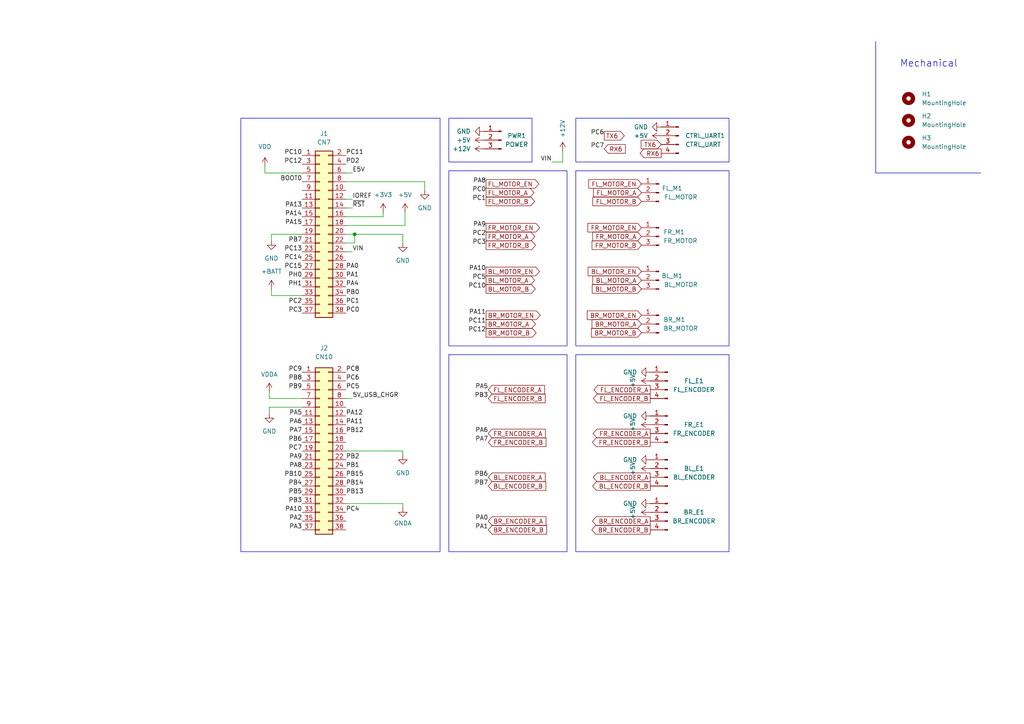
<source format=kicad_sch>
(kicad_sch (version 20230121) (generator eeschema)
  (paper "A4")
  (lib_symbols
    (symbol "+5V_1" (power) (pin_names (offset 0))
      (property "Value" "+5V_1" (at 0 3.556 0))
      (symbol "+5V_1_0_1"
        (polyline (pts (xy -0.762 1.27) (xy 0 2.54)))
        (polyline (pts (xy 0 0) (xy 0 2.54)))
        (polyline (pts (xy 0 2.54) (xy 0.762 1.27)))
      )
      (symbol "+5V_1_1_1"
        (pin power_in line (at 0 0 90) (length 0) hide (name "+5V") (number "1"))
      )
    )
    (symbol "Connector:Conn_01x03_Pin" (pin_names (offset 1.016) hide)
      (property "Reference" "J" (at 0 5.08 0))
      (property "Value" "Conn_01x03_Pin" (at 0 -5.08 0))
      (symbol "Conn_01x03_Pin_1_1"
        (polyline (pts (xy 1.27 -2.54) (xy 0.8636 -2.54)) (stroke (width 0.1524)))
        (polyline (pts (xy 1.27 0) (xy 0.8636 0)) (stroke (width 0.1524)))
        (polyline (pts (xy 1.27 2.54) (xy 0.8636 2.54)) (stroke (width 0.1524)))
        (rectangle (start 0.8636 -2.413) (end 0 -2.667) (stroke (width 0.1524)) (fill (type outline)))
        (rectangle (start 0.8636 0.127) (end 0 -0.127) (stroke (width 0.1524)) (fill (type outline)))
        (rectangle (start 0.8636 2.667) (end 0 2.413) (stroke (width 0.1524)) (fill (type outline)))
        (pin passive line (at 5.08 2.54 180) (length 3.81) (name "Pin_1") (number "1"))
        (pin passive line (at 5.08 0 180) (length 3.81) (name "Pin_2") (number "2"))
        (pin passive line (at 5.08 -2.54 180) (length 3.81) (name "Pin_3") (number "3"))
      )
    )
    (symbol "Connector:Conn_01x04_Pin" (pin_names (offset 1.016) hide)
      (property "Reference" "J" (at 0 5.08 0))
      (property "Value" "Conn_01x04_Pin" (at 0 -7.62 0))
      (symbol "Conn_01x04_Pin_1_1"
        (polyline (pts (xy 1.27 -5.08) (xy 0.8636 -5.08)) (stroke (width 0.1524)))
        (polyline (pts (xy 1.27 -2.54) (xy 0.8636 -2.54)) (stroke (width 0.1524)))
        (polyline (pts (xy 1.27 0) (xy 0.8636 0)) (stroke (width 0.1524)))
        (polyline (pts (xy 1.27 2.54) (xy 0.8636 2.54)) (stroke (width 0.1524)))
        (rectangle (start 0.8636 -4.953) (end 0 -5.207) (stroke (width 0.1524)) (fill (type outline)))
        (rectangle (start 0.8636 -2.413) (end 0 -2.667) (stroke (width 0.1524)) (fill (type outline)))
        (rectangle (start 0.8636 0.127) (end 0 -0.127) (stroke (width 0.1524)) (fill (type outline)))
        (rectangle (start 0.8636 2.667) (end 0 2.413) (stroke (width 0.1524)) (fill (type outline)))
        (pin passive line (at 5.08 2.54 180) (length 3.81) (name "Pin_1") (number "1"))
        (pin passive line (at 5.08 0 180) (length 3.81) (name "Pin_2") (number "2"))
        (pin passive line (at 5.08 -2.54 180) (length 3.81) (name "Pin_3") (number "3"))
        (pin passive line (at 5.08 -5.08 180) (length 3.81) (name "Pin_4") (number "4"))
      )
    )
    (symbol "Connector_Generic:Conn_02x19_Odd_Even" (pin_names (offset 1.016) hide)
      (property "Reference" "J" (at 1.27 25.4 0))
      (property "Value" "Conn_02x19_Odd_Even" (at 1.27 -25.4 0))
      (symbol "Conn_02x19_Odd_Even_1_1"
        (rectangle (start -1.27 -22.733) (end 0 -22.987) (stroke (width 0.1524)))
        (rectangle (start -1.27 -20.193) (end 0 -20.447) (stroke (width 0.1524)))
        (rectangle (start -1.27 -17.653) (end 0 -17.907) (stroke (width 0.1524)))
        (rectangle (start -1.27 -15.113) (end 0 -15.367) (stroke (width 0.1524)))
        (rectangle (start -1.27 -12.573) (end 0 -12.827) (stroke (width 0.1524)))
        (rectangle (start -1.27 -10.033) (end 0 -10.287) (stroke (width 0.1524)))
        (rectangle (start -1.27 -7.493) (end 0 -7.747) (stroke (width 0.1524)))
        (rectangle (start -1.27 -4.953) (end 0 -5.207) (stroke (width 0.1524)))
        (rectangle (start -1.27 -2.413) (end 0 -2.667) (stroke (width 0.1524)))
        (rectangle (start -1.27 0.127) (end 0 -0.127) (stroke (width 0.1524)))
        (rectangle (start -1.27 2.667) (end 0 2.413) (stroke (width 0.1524)))
        (rectangle (start -1.27 5.207) (end 0 4.953) (stroke (width 0.1524)))
        (rectangle (start -1.27 7.747) (end 0 7.493) (stroke (width 0.1524)))
        (rectangle (start -1.27 10.287) (end 0 10.033) (stroke (width 0.1524)))
        (rectangle (start -1.27 12.827) (end 0 12.573) (stroke (width 0.1524)))
        (rectangle (start -1.27 15.367) (end 0 15.113) (stroke (width 0.1524)))
        (rectangle (start -1.27 17.907) (end 0 17.653) (stroke (width 0.1524)))
        (rectangle (start -1.27 20.447) (end 0 20.193) (stroke (width 0.1524)))
        (rectangle (start -1.27 22.987) (end 0 22.733) (stroke (width 0.1524)))
        (rectangle (start -1.27 24.13) (end 3.81 -24.13) (stroke (width 0.254)) (fill (type background)))
        (rectangle (start 3.81 -22.733) (end 2.54 -22.987) (stroke (width 0.1524)))
        (rectangle (start 3.81 -20.193) (end 2.54 -20.447) (stroke (width 0.1524)))
        (rectangle (start 3.81 -17.653) (end 2.54 -17.907) (stroke (width 0.1524)))
        (rectangle (start 3.81 -15.113) (end 2.54 -15.367) (stroke (width 0.1524)))
        (rectangle (start 3.81 -12.573) (end 2.54 -12.827) (stroke (width 0.1524)))
        (rectangle (start 3.81 -10.033) (end 2.54 -10.287) (stroke (width 0.1524)))
        (rectangle (start 3.81 -7.493) (end 2.54 -7.747) (stroke (width 0.1524)))
        (rectangle (start 3.81 -4.953) (end 2.54 -5.207) (stroke (width 0.1524)))
        (rectangle (start 3.81 -2.413) (end 2.54 -2.667) (stroke (width 0.1524)))
        (rectangle (start 3.81 0.127) (end 2.54 -0.127) (stroke (width 0.1524)))
        (rectangle (start 3.81 2.667) (end 2.54 2.413) (stroke (width 0.1524)))
        (rectangle (start 3.81 5.207) (end 2.54 4.953) (stroke (width 0.1524)))
        (rectangle (start 3.81 7.747) (end 2.54 7.493) (stroke (width 0.1524)))
        (rectangle (start 3.81 10.287) (end 2.54 10.033) (stroke (width 0.1524)))
        (rectangle (start 3.81 12.827) (end 2.54 12.573) (stroke (width 0.1524)))
        (rectangle (start 3.81 15.367) (end 2.54 15.113) (stroke (width 0.1524)))
        (rectangle (start 3.81 17.907) (end 2.54 17.653) (stroke (width 0.1524)))
        (rectangle (start 3.81 20.447) (end 2.54 20.193) (stroke (width 0.1524)))
        (rectangle (start 3.81 22.987) (end 2.54 22.733) (stroke (width 0.1524)))
        (pin passive line (at -5.08 22.86 0) (length 3.81) (name "Pin_1") (number "1"))
        (pin passive line (at 7.62 12.7 180) (length 3.81) (name "Pin_10") (number "10"))
        (pin passive line (at -5.08 10.16 0) (length 3.81) (name "Pin_11") (number "11"))
        (pin passive line (at 7.62 10.16 180) (length 3.81) (name "Pin_12") (number "12"))
        (pin passive line (at -5.08 7.62 0) (length 3.81) (name "Pin_13") (number "13"))
        (pin passive line (at 7.62 7.62 180) (length 3.81) (name "Pin_14") (number "14"))
        (pin passive line (at -5.08 5.08 0) (length 3.81) (name "Pin_15") (number "15"))
        (pin passive line (at 7.62 5.08 180) (length 3.81) (name "Pin_16") (number "16"))
        (pin passive line (at -5.08 2.54 0) (length 3.81) (name "Pin_17") (number "17"))
        (pin passive line (at 7.62 2.54 180) (length 3.81) (name "Pin_18") (number "18"))
        (pin passive line (at -5.08 0 0) (length 3.81) (name "Pin_19") (number "19"))
        (pin passive line (at 7.62 22.86 180) (length 3.81) (name "Pin_2") (number "2"))
        (pin passive line (at 7.62 0 180) (length 3.81) (name "Pin_20") (number "20"))
        (pin passive line (at -5.08 -2.54 0) (length 3.81) (name "Pin_21") (number "21"))
        (pin passive line (at 7.62 -2.54 180) (length 3.81) (name "Pin_22") (number "22"))
        (pin passive line (at -5.08 -5.08 0) (length 3.81) (name "Pin_23") (number "23"))
        (pin passive line (at 7.62 -5.08 180) (length 3.81) (name "Pin_24") (number "24"))
        (pin passive line (at -5.08 -7.62 0) (length 3.81) (name "Pin_25") (number "25"))
        (pin passive line (at 7.62 -7.62 180) (length 3.81) (name "Pin_26") (number "26"))
        (pin passive line (at -5.08 -10.16 0) (length 3.81) (name "Pin_27") (number "27"))
        (pin passive line (at 7.62 -10.16 180) (length 3.81) (name "Pin_28") (number "28"))
        (pin passive line (at -5.08 -12.7 0) (length 3.81) (name "Pin_29") (number "29"))
        (pin passive line (at -5.08 20.32 0) (length 3.81) (name "Pin_3") (number "3"))
        (pin passive line (at 7.62 -12.7 180) (length 3.81) (name "Pin_30") (number "30"))
        (pin passive line (at -5.08 -15.24 0) (length 3.81) (name "Pin_31") (number "31"))
        (pin passive line (at 7.62 -15.24 180) (length 3.81) (name "Pin_32") (number "32"))
        (pin passive line (at -5.08 -17.78 0) (length 3.81) (name "Pin_33") (number "33"))
        (pin passive line (at 7.62 -17.78 180) (length 3.81) (name "Pin_34") (number "34"))
        (pin passive line (at -5.08 -20.32 0) (length 3.81) (name "Pin_35") (number "35"))
        (pin passive line (at 7.62 -20.32 180) (length 3.81) (name "Pin_36") (number "36"))
        (pin passive line (at -5.08 -22.86 0) (length 3.81) (name "Pin_37") (number "37"))
        (pin passive line (at 7.62 -22.86 180) (length 3.81) (name "Pin_38") (number "38"))
        (pin passive line (at 7.62 20.32 180) (length 3.81) (name "Pin_4") (number "4"))
        (pin passive line (at -5.08 17.78 0) (length 3.81) (name "Pin_5") (number "5"))
        (pin passive line (at 7.62 17.78 180) (length 3.81) (name "Pin_6") (number "6"))
        (pin passive line (at -5.08 15.24 0) (length 3.81) (name "Pin_7") (number "7"))
        (pin passive line (at 7.62 15.24 180) (length 3.81) (name "Pin_8") (number "8"))
        (pin passive line (at -5.08 12.7 0) (length 3.81) (name "Pin_9") (number "9"))
      )
    )
    (symbol "GND_1" (power) (pin_names (offset 0))
      (property "Value" "GND_1" (at 0 -3.81 0))
      (symbol "GND_1_0_1"
        (polyline (pts (xy 0 0) (xy 0 -1.27) (xy 1.27 -1.27) (xy 0 -2.54) (xy -1.27 -1.27) (xy 0 -1.27)))
      )
      (symbol "GND_1_1_1"
        (pin power_in line (at 0 0 270) (length 0) hide (name "GND") (number "1"))
      )
    )
    (symbol "Mechanical:MountingHole" (pin_names (offset 1.016))
      (property "Reference" "H" (at 0 5.08 0))
      (property "Value" "MountingHole" (at 0 3.175 0))
      (symbol "MountingHole_0_1"
        (circle (center 0 0) (radius 1.27) (stroke (width 1.27)))
      )
    )
    (symbol "power:+12V" (power) (pin_names (offset 0))
      (property "Value" "+12V" (at 0 3.556 0))
      (symbol "+12V_0_1"
        (polyline (pts (xy -0.762 1.27) (xy 0 2.54)))
        (polyline (pts (xy 0 0) (xy 0 2.54)))
        (polyline (pts (xy 0 2.54) (xy 0.762 1.27)))
      )
      (symbol "+12V_1_1"
        (pin power_in line (at 0 0 90) (length 0) hide (name "+12V") (number "1"))
      )
    )
    (symbol "power:+3V3" (power) (pin_names (offset 0))
      (property "Value" "+3V3" (at 0 3.556 0))
      (symbol "+3V3_0_1"
        (polyline (pts (xy -0.762 1.27) (xy 0 2.54)))
        (polyline (pts (xy 0 0) (xy 0 2.54)))
        (polyline (pts (xy 0 2.54) (xy 0.762 1.27)))
      )
      (symbol "+3V3_1_1"
        (pin power_in line (at 0 0 90) (length 0) hide (name "+3V3") (number "1"))
      )
    )
    (symbol "power:+5V" (power) (pin_names (offset 0))
      (property "Value" "+5V" (at 0 3.556 0))
      (symbol "+5V_0_1"
        (polyline (pts (xy -0.762 1.27) (xy 0 2.54)))
        (polyline (pts (xy 0 0) (xy 0 2.54)))
        (polyline (pts (xy 0 2.54) (xy 0.762 1.27)))
      )
      (symbol "+5V_1_1"
        (pin power_in line (at 0 0 90) (length 0) hide (name "+5V") (number "1"))
      )
    )
    (symbol "power:+BATT" (power) (pin_names (offset 0))
      (property "Value" "+BATT" (at 0 3.556 0))
      (symbol "+BATT_0_1"
        (polyline (pts (xy -0.762 1.27) (xy 0 2.54)))
        (polyline (pts (xy 0 0) (xy 0 2.54)))
        (polyline (pts (xy 0 2.54) (xy 0.762 1.27)))
      )
      (symbol "+BATT_1_1"
        (pin power_in line (at 0 0 90) (length 0) hide (name "+BATT") (number "1"))
      )
    )
    (symbol "power:GND" (power) (pin_names (offset 0))
      (property "Value" "GND" (at 0 -3.81 0))
      (symbol "GND_0_1"
        (polyline (pts (xy 0 0) (xy 0 -1.27) (xy 1.27 -1.27) (xy 0 -2.54) (xy -1.27 -1.27) (xy 0 -1.27)))
      )
      (symbol "GND_1_1"
        (pin power_in line (at 0 0 270) (length 0) hide (name "GND") (number "1"))
      )
    )
    (symbol "power:GNDA" (power) (pin_names (offset 0))
      (property "Value" "GNDA" (at 0 -3.81 0))
      (symbol "GNDA_0_1"
        (polyline (pts (xy 0 0) (xy 0 -1.27) (xy 1.27 -1.27) (xy 0 -2.54) (xy -1.27 -1.27) (xy 0 -1.27)))
      )
      (symbol "GNDA_1_1"
        (pin power_in line (at 0 0 270) (length 0) hide (name "GNDA") (number "1"))
      )
    )
    (symbol "power:VDD" (power) (pin_names (offset 0))
      (property "Value" "VDD" (at 0 3.81 0))
      (symbol "VDD_0_1"
        (polyline (pts (xy -0.762 1.27) (xy 0 2.54)))
        (polyline (pts (xy 0 0) (xy 0 2.54)))
        (polyline (pts (xy 0 2.54) (xy 0.762 1.27)))
      )
      (symbol "VDD_1_1"
        (pin power_in line (at 0 0 90) (length 0) hide (name "VDD") (number "1"))
      )
    )
    (symbol "power:VDDA" (power) (pin_names (offset 0))
      (property "Value" "VDDA" (at 0 3.81 0))
      (symbol "VDDA_0_1"
        (polyline (pts (xy -0.762 1.27) (xy 0 2.54)))
        (polyline (pts (xy 0 0) (xy 0 2.54)))
        (polyline (pts (xy 0 2.54) (xy 0.762 1.27)))
      )
      (symbol "VDDA_1_1"
        (pin power_in line (at 0 0 90) (length 0) hide (name "VDDA") (number "1"))
      )
    )
  )
  (junction (at 102.87 67.945))
  (wire (pts (xy 100.33 57.785) (xy 102.235 57.785)))
  (wire (pts (xy 160.02 46.99) (xy 163.195 46.99)))
  (wire (pts (xy 123.19 52.705) (xy 100.33 52.705)))
  (wire (pts (xy 123.19 55.245) (xy 123.19 52.705)))
  (wire (pts (xy 100.33 50.165) (xy 102.235 50.165)))
  (wire (pts (xy 100.33 146.05) (xy 116.84 146.05)))
  (wire (pts (xy 116.84 146.05) (xy 116.84 147.32)))
  (wire (pts (xy 78.74 67.945) (xy 78.74 69.85)))
  (wire (pts (xy 87.63 67.945) (xy 78.74 67.945)))
  (polyline (pts (xy 254 12.065) (xy 254 50.165)))
  (polyline (pts (xy 254 50.165) (xy 284.48 50.165)))
  (wire (pts (xy 100.33 70.485) (xy 102.87 70.485)))
  (wire (pts (xy 102.87 70.485) (xy 102.87 67.945)))
  (wire (pts (xy 100.33 60.325) (xy 102.235 60.325)))
  (wire (pts (xy 100.33 115.57) (xy 102.235 115.57)))
  (wire (pts (xy 100.33 65.405) (xy 117.475 65.405)))
  (wire (pts (xy 117.475 65.405) (xy 117.475 61.595)))
  (wire (pts (xy 76.835 50.165) (xy 76.835 48.26)))
  (wire (pts (xy 87.63 50.165) (xy 76.835 50.165)))
  (wire (pts (xy 163.195 46.99) (xy 163.195 43.815)))
  (wire (pts (xy 100.33 62.865) (xy 111.125 62.865)))
  (wire (pts (xy 111.125 62.865) (xy 111.125 61.595)))
  (wire (pts (xy 78.105 118.11) (xy 87.63 118.11)))
  (wire (pts (xy 78.105 120.015) (xy 78.105 118.11)))
  (wire (pts (xy 78.74 85.725) (xy 78.74 83.82)))
  (wire (pts (xy 87.63 85.725) (xy 78.74 85.725)))
  (wire (pts (xy 116.84 130.81) (xy 100.33 130.81)))
  (wire (pts (xy 116.84 132.08) (xy 116.84 130.81)))
  (wire (pts (xy 78.105 115.57) (xy 78.105 113.665)))
  (wire (pts (xy 87.63 115.57) (xy 78.105 115.57)))
  (wire (pts (xy 100.33 73.025) (xy 102.235 73.025)))
  (wire (pts (xy 100.33 67.945) (xy 102.87 67.945)))
  (wire (pts (xy 102.87 67.945) (xy 116.84 67.945)))
  (wire (pts (xy 116.84 67.945) (xy 116.84 70.485)))
  (rectangle (start 130.175 102.87) (end 164.465 160.02))
  (rectangle (start 167.005 49.53) (end 211.455 100.33))
  (rectangle (start 167.005 34.29) (end 211.455 46.99))
  (rectangle (start 130.175 49.53) (end 164.465 100.33))
  (rectangle (start 167.005 102.87) (end 211.455 160.02))
  (rectangle (start 130.175 34.29) (end 154.305 46.99))
  (rectangle (start 69.85 34.29) (end 127.635 160.02))
  (text "Mechanical\n" (at 260.985 19.685 0) (effects (font (size 2 2)) (justify left bottom)))
  (label "PB10" (at 87.63 138.43 180))
  (label "PA7" (at 87.63 125.73 180))
  (label "PC12" (at 140.97 96.52 180))
  (label "PA5" (at 87.63 120.65 180))
  (label "PA8" (at 140.97 53.34 180))
  (label "~{RST}" (at 102.235 60.325 0))
  (label "PB6" (at 141.605 138.43 180))
  (label "PD2" (at 100.33 47.625 0))
  (label "PA14" (at 87.63 62.865 180))
  (label "PC3" (at 87.63 90.805 180))
  (label "PC5" (at 140.97 81.28 180))
  (label "PB7" (at 87.63 70.485 180))
  (label "PH0" (at 87.63 80.645 180))
  (label "PA5" (at 141.605 113.03 180))
  (label "PA6" (at 87.63 123.19 180))
  (label "PA13" (at 87.63 60.325 180))
  (label "PC3" (at 140.97 71.12 180))
  (label "PA15" (at 87.63 65.405 180))
  (label "PH1" (at 87.63 83.185 180))
  (label "VIN" (at 102.235 73.025 0))
  (label "VIN" (at 160.02 46.99 180))
  (label "PA0" (at 100.33 78.105 0))
  (label "PC5" (at 100.33 113.03 0))
  (label "PC6" (at 100.33 110.49 0))
  (label "PA0" (at 141.605 151.13 180))
  (label "PC11" (at 100.33 45.085 0))
  (label "PB12" (at 100.33 125.73 0))
  (label "PA1" (at 141.605 153.67 180))
  (label "PC14" (at 87.63 75.565 180))
  (label "PC9" (at 87.63 107.95 180))
  (label "PA4" (at 100.33 83.185 0))
  (label "PA9" (at 140.97 66.04 180))
  (label "PC10" (at 140.97 83.82 180))
  (label "PA1" (at 100.33 80.645 0))
  (label "PA10" (at 140.97 78.74 180))
  (label "E5V" (at 102.235 50.165 0))
  (label "PC4" (at 100.33 148.59 0))
  (label "PB6" (at 87.63 128.27 180))
  (label "PB3" (at 87.63 146.05 180))
  (label "PB3" (at 141.605 115.57 180))
  (label "BOOT0" (at 87.63 52.705 180))
  (label "PC11" (at 140.97 93.98 180))
  (label "PA6" (at 141.605 125.73 180))
  (label "PC15" (at 87.63 78.105 180))
  (label "PC7" (at 87.63 130.81 180))
  (label "PB4" (at 87.63 140.97 180))
  (label "PA7" (at 141.605 128.27 180))
  (label "PA11" (at 100.33 123.19 0))
  (label "PC12" (at 87.63 47.625 180))
  (label "PB9" (at 87.63 113.03 180))
  (label "IOREF" (at 102.235 57.785 0))
  (label "PC8" (at 100.33 107.95 0))
  (label "PC10" (at 87.63 45.085 180))
  (label "PA3" (at 87.63 153.67 180))
  (label "PC0" (at 100.33 90.805 0))
  (label "PC6" (at 175.26 39.37 180))
  (label "PC2" (at 87.63 88.265 180))
  (label "PB5" (at 87.63 143.51 180))
  (label "PA8" (at 87.63 135.89 180))
  (label "PC2" (at 140.97 68.58 180))
  (label "PB8" (at 87.63 110.49 180))
  (label "PB15" (at 100.33 138.43 0))
  (label "PB13" (at 100.33 143.51 0))
  (label "PC13" (at 87.63 73.025 180))
  (label "PC7" (at 175.26 43.18 180))
  (label "PB14" (at 100.33 140.97 0))
  (label "PB7" (at 141.605 140.97 180))
  (label "PA10" (at 87.63 148.59 180))
  (label "PB0" (at 100.33 85.725 0))
  (label "PA12" (at 100.33 120.65 0))
  (label "PC1" (at 140.97 58.42 180))
  (label "PA11" (at 140.97 91.44 180))
  (label "5V_USB_CHGR" (at 102.235 115.57 0))
  (label "PB2" (at 100.33 133.35 0))
  (label "PA2" (at 87.63 151.13 180))
  (label "PB1" (at 100.33 135.89 0))
  (label "PC0" (at 140.97 55.88 180))
  (label "PA9" (at 87.63 133.35 180))
  (label "PC1" (at 100.33 88.265 0))
  (global_label "BR_MOTOR_EN" (shape input) (at 186.055 91.44 180) (property "Intersheetrefs" "${INTERSHEET_REFS}" (effects hide)))
  (global_label "BL_ENCODER_B" (shape input) (at 141.605 140.97 0) (property "Intersheetrefs" "${INTERSHEET_REFS}" (effects hide)))
  (global_label "BL_MOTOR_EN" (shape input) (at 186.055 78.74 180) (property "Intersheetrefs" "${INTERSHEET_REFS}" (effects hide)))
  (global_label "BR_ENCODER_A" (shape output) (at 188.595 151.13 180) (property "Intersheetrefs" "${INTERSHEET_REFS}" (effects hide)))
  (global_label "FR_MOTOR_A" (shape output) (at 140.97 68.58 0) (property "Intersheetrefs" "${INTERSHEET_REFS}" (effects hide)))
  (global_label "FR_ENCODER_A" (shape output) (at 188.595 125.73 180) (property "Intersheetrefs" "${INTERSHEET_REFS}" (effects hide)))
  (global_label "FL_ENCODER_A" (shape output) (at 188.595 113.03 180) (property "Intersheetrefs" "${INTERSHEET_REFS}" (effects hide)))
  (global_label "FL_MOTOR_A" (shape input) (at 186.055 55.88 180) (property "Intersheetrefs" "${INTERSHEET_REFS}" (effects hide)))
  (global_label "BR_MOTOR_B" (shape output) (at 140.97 96.52 0) (property "Intersheetrefs" "${INTERSHEET_REFS}" (effects hide)))
  (global_label "FR_ENCODER_A" (shape input) (at 141.605 125.73 0) (property "Intersheetrefs" "${INTERSHEET_REFS}" (effects hide)))
  (global_label "TX6" (shape output) (at 175.26 39.37 0) (property "Intersheetrefs" "${INTERSHEET_REFS}" (effects hide)))
  (global_label "FL_ENCODER_B" (shape output) (at 188.595 115.57 180) (property "Intersheetrefs" "${INTERSHEET_REFS}" (effects hide)))
  (global_label "BL_MOTOR_EN" (shape output) (at 140.97 78.74 0) (property "Intersheetrefs" "${INTERSHEET_REFS}" (effects hide)))
  (global_label "FR_MOTOR_B" (shape output) (at 140.97 71.12 0) (property "Intersheetrefs" "${INTERSHEET_REFS}" (effects hide)))
  (global_label "BR_ENCODER_B" (shape input) (at 141.605 153.67 0) (property "Intersheetrefs" "${INTERSHEET_REFS}" (effects hide)))
  (global_label "BR_MOTOR_B" (shape input) (at 186.055 96.52 180) (property "Intersheetrefs" "${INTERSHEET_REFS}" (effects hide)))
  (global_label "BR_MOTOR_EN" (shape output) (at 140.97 91.44 0) (property "Intersheetrefs" "${INTERSHEET_REFS}" (effects hide)))
  (global_label "BL_MOTOR_B" (shape output) (at 140.97 83.82 0) (property "Intersheetrefs" "${INTERSHEET_REFS}" (effects hide)))
  (global_label "FR_ENCODER_B" (shape output) (at 188.595 128.27 180) (property "Intersheetrefs" "${INTERSHEET_REFS}" (effects hide)))
  (global_label "TX6" (shape input) (at 191.77 41.91 180) (property "Intersheetrefs" "${INTERSHEET_REFS}" (effects hide)))
  (global_label "RX6" (shape output) (at 191.77 44.45 180) (property "Intersheetrefs" "${INTERSHEET_REFS}" (effects hide)))
  (global_label "BR_MOTOR_A" (shape output) (at 140.97 93.98 0) (property "Intersheetrefs" "${INTERSHEET_REFS}" (effects hide)))
  (global_label "FR_MOTOR_EN" (shape input) (at 186.055 66.04 180) (property "Intersheetrefs" "${INTERSHEET_REFS}" (effects hide)))
  (global_label "FL_ENCODER_A" (shape input) (at 141.605 113.03 0) (property "Intersheetrefs" "${INTERSHEET_REFS}" (effects hide)))
  (global_label "BL_ENCODER_B" (shape output) (at 188.595 140.97 180) (property "Intersheetrefs" "${INTERSHEET_REFS}" (effects hide)))
  (global_label "BL_MOTOR_B" (shape input) (at 186.055 83.82 180) (property "Intersheetrefs" "${INTERSHEET_REFS}" (effects hide)))
  (global_label "FR_MOTOR_EN" (shape output) (at 140.97 66.04 0) (property "Intersheetrefs" "${INTERSHEET_REFS}" (effects hide)))
  (global_label "BL_ENCODER_A" (shape input) (at 141.605 138.43 0) (property "Intersheetrefs" "${INTERSHEET_REFS}" (effects hide)))
  (global_label "FL_MOTOR_B" (shape input) (at 186.055 58.42 180) (property "Intersheetrefs" "${INTERSHEET_REFS}" (effects hide)))
  (global_label "BR_MOTOR_A" (shape input) (at 186.055 93.98 180) (property "Intersheetrefs" "${INTERSHEET_REFS}" (effects hide)))
  (global_label "FR_MOTOR_A" (shape input) (at 186.055 68.58 180) (property "Intersheetrefs" "${INTERSHEET_REFS}" (effects hide)))
  (global_label "BL_ENCODER_A" (shape output) (at 188.595 138.43 180) (property "Intersheetrefs" "${INTERSHEET_REFS}" (effects hide)))
  (global_label "RX6" (shape input) (at 175.26 43.18 0) (property "Intersheetrefs" "${INTERSHEET_REFS}" (effects hide)))
  (global_label "BR_ENCODER_A" (shape input) (at 141.605 151.13 0) (property "Intersheetrefs" "${INTERSHEET_REFS}" (effects hide)))
  (global_label "FR_ENCODER_B" (shape input) (at 141.605 128.27 0) (property "Intersheetrefs" "${INTERSHEET_REFS}" (effects hide)))
  (global_label "FL_MOTOR_A" (shape output) (at 140.97 55.88 0) (property "Intersheetrefs" "${INTERSHEET_REFS}" (effects hide)))
  (global_label "FL_MOTOR_EN" (shape output) (at 140.97 53.34 0) (property "Intersheetrefs" "${INTERSHEET_REFS}" (effects hide)))
  (global_label "BL_MOTOR_A" (shape input) (at 186.055 81.28 180) (property "Intersheetrefs" "${INTERSHEET_REFS}" (effects hide)))
  (global_label "FR_MOTOR_B" (shape input) (at 186.055 71.12 180) (property "Intersheetrefs" "${INTERSHEET_REFS}" (effects hide)))
  (global_label "FL_MOTOR_EN" (shape input) (at 186.055 53.34 180) (property "Intersheetrefs" "${INTERSHEET_REFS}" (effects hide)))
  (global_label "BL_MOTOR_A" (shape output) (at 140.97 81.28 0) (property "Intersheetrefs" "${INTERSHEET_REFS}" (effects hide)))
  (global_label "FL_MOTOR_B" (shape output) (at 140.97 58.42 0) (property "Intersheetrefs" "${INTERSHEET_REFS}" (effects hide)))
  (global_label "BR_ENCODER_B" (shape output) (at 188.595 153.67 180) (property "Intersheetrefs" "${INTERSHEET_REFS}" (effects hide)))
  (global_label "FL_ENCODER_B" (shape input) (at 141.605 115.57 0) (property "Intersheetrefs" "${INTERSHEET_REFS}" (effects hide)))
  (symbol (lib_id "power:GND") (at 188.595 133.35 270) (mirror x) (unit 1)
    (property "Reference" "#PWR011" (effects hide))
    (property "Value" "GND" (at 184.785 133.35 90) (effects (justify right)))
  )
  (symbol (lib_id "Connector:Conn_01x03_Pin") (at 191.135 68.58 0) (mirror y) (unit 1)
    (property "Reference" "FR_M1" (at 192.405 67.31 0) (effects (justify right)))
    (property "Value" "FR_MOTOR" (at 192.405 69.85 0) (effects (justify right)))
    (property "Footprint" "Connector_PinHeader_2.54mm:PinHeader_1x03_P2.54mm_Vertical" (effects hide))
  )
  (symbol (lib_id "power:+12V") (at 163.195 43.815 0) (unit 1)
    (property "Reference" "#PWR04" (effects hide))
    (property "Value" "+12V" (at 163.195 40.005 90) (effects (justify left)))
  )
  (symbol (lib_name "GND_1") (lib_id "power:GND") (at 191.77 36.83 270) (unit 1)
    (property "Reference" "#PWR05" (effects hide))
    (property "Value" "GND" (at 187.96 36.83 90) (effects (justify right)))
  )
  (symbol (lib_id "Connector_Generic:Conn_02x19_Odd_Even") (at 92.71 67.945 0) (unit 1)
    (property "Reference" "J1" (at 93.98 38.735 0))
    (property "Value" "CN7" (at 93.98 41.275 0))
    (property "Footprint" "Connector_PinSocket_2.54mm:PinSocket_2x19_P2.54mm_Vertical" (effects hide))
  )
  (symbol (lib_id "power:GND") (at 116.84 70.485 0) (unit 1)
    (property "Reference" "#PWR0101" (effects hide))
    (property "Value" "GND" (at 116.84 75.565 0))
  )
  (symbol (lib_id "Mechanical:MountingHole") (at 263.525 34.925 0) (unit 1)
    (property "Reference" "H2" (at 267.335 33.6549 0) (effects (justify left)))
    (property "Value" "MountingHole" (at 267.335 36.1949 0) (effects (justify left)))
    (property "Footprint" "MountingHole:MountingHole_3.2mm_M3" (effects hide))
  )
  (symbol (lib_id "power:+5V") (at 188.595 135.89 90) (mirror x) (unit 1)
    (property "Reference" "#PWR012" (effects hide))
    (property "Value" "+5V" (at 183.515 135.89 0))
  )
  (symbol (lib_id "power:GND") (at 123.19 55.245 0) (unit 1)
    (property "Reference" "#PWR0107" (effects hide))
    (property "Value" "GND" (at 123.19 60.325 0))
  )
  (symbol (lib_id "power:GND") (at 188.595 120.65 270) (mirror x) (unit 1)
    (property "Reference" "#PWR09" (effects hide))
    (property "Value" "GND" (at 184.785 120.65 90) (effects (justify right)))
  )
  (symbol (lib_id "power:GND") (at 188.595 146.05 270) (mirror x) (unit 1)
    (property "Reference" "#PWR013" (effects hide))
    (property "Value" "GND" (at 184.785 146.05 90) (effects (justify right)))
  )
  (symbol (lib_id "Mechanical:MountingHole") (at 263.525 41.275 0) (unit 1)
    (property "Reference" "H3" (at 267.335 40.0049 0) (effects (justify left)))
    (property "Value" "MountingHole" (at 267.335 42.5449 0) (effects (justify left)))
    (property "Footprint" "MountingHole:MountingHole_3.2mm_M3" (effects hide))
  )
  (symbol (lib_id "Connector:Conn_01x04_Pin") (at 193.675 123.19 0) (mirror y) (unit 1)
    (property "Reference" "FR_E1" (at 201.295 123.19 0))
    (property "Value" "FR_ENCODER" (at 201.295 125.73 0))
    (property "Footprint" "Connector_PinHeader_2.54mm:PinHeader_1x04_P2.54mm_Vertical" (effects hide))
  )
  (symbol (lib_name "+5V_1") (lib_id "power:+5V") (at 140.335 40.64 90) (unit 1)
    (property "Reference" "#PWR02" (effects hide))
    (property "Value" "+5V" (at 136.525 40.64 90) (effects (justify left)))
  )
  (symbol (lib_id "Connector:Conn_01x04_Pin") (at 193.675 148.59 0) (mirror y) (unit 1)
    (property "Reference" "BR_E1" (at 201.295 148.59 0))
    (property "Value" "BR_ENCODER" (at 201.295 151.13 0))
    (property "Footprint" "Connector_PinHeader_2.54mm:PinHeader_1x04_P2.54mm_Vertical" (effects hide))
  )
  (symbol (lib_id "power:VDDA") (at 78.105 113.665 0) (unit 1)
    (property "Reference" "#PWR0103" (effects hide))
    (property "Value" "VDDA" (at 78.105 108.585 0))
  )
  (symbol (lib_id "Connector:Conn_01x04_Pin") (at 193.675 110.49 0) (mirror y) (unit 1)
    (property "Reference" "FL_E1" (at 201.295 110.49 0))
    (property "Value" "FL_ENCODER" (at 201.295 113.03 0))
    (property "Footprint" "Connector_PinHeader_2.54mm:PinHeader_1x04_P2.54mm_Vertical" (effects hide))
  )
  (symbol (lib_id "Mechanical:MountingHole") (at 263.525 28.575 0) (unit 1)
    (property "Reference" "H1" (at 267.335 27.3049 0) (effects (justify left)))
    (property "Value" "MountingHole" (at 267.335 29.8449 0) (effects (justify left)))
    (property "Footprint" "MountingHole:MountingHole_3.2mm_M3" (effects hide))
  )
  (symbol (lib_id "power:GND") (at 116.84 132.08 0) (unit 1)
    (property "Reference" "#PWR0105" (effects hide))
    (property "Value" "GND" (at 116.84 137.16 0))
  )
  (symbol (lib_id "power:VDD") (at 76.835 48.26 0) (unit 1)
    (property "Reference" "#PWR0109" (effects hide))
    (property "Value" "VDD" (at 76.835 42.545 0))
  )
  (symbol (lib_name "+5V_1") (lib_id "power:+5V") (at 191.77 39.37 90) (unit 1)
    (property "Reference" "#PWR06" (effects hide))
    (property "Value" "+5V" (at 187.96 39.37 90) (effects (justify left)))
  )
  (symbol (lib_id "Connector:Conn_01x03_Pin") (at 191.135 81.28 0) (mirror y) (unit 1)
    (property "Reference" "BL_M1" (at 194.945 80.01 0))
    (property "Value" "BL_MOTOR" (at 197.485 82.55 0))
    (property "Footprint" "Connector_PinHeader_2.54mm:PinHeader_1x03_P2.54mm_Vertical" (effects hide))
  )
  (symbol (lib_id "Connector:Conn_01x03_Pin") (at 191.135 93.98 0) (mirror y) (unit 1)
    (property "Reference" "BR_M1" (at 192.405 92.71 0) (effects (justify right)))
    (property "Value" "BR_MOTOR" (at 192.405 95.25 0) (effects (justify right)))
    (property "Footprint" "Connector_PinHeader_2.54mm:PinHeader_1x03_P2.54mm_Vertical" (effects hide))
  )
  (symbol (lib_id "power:+5V") (at 188.595 148.59 90) (mirror x) (unit 1)
    (property "Reference" "#PWR014" (effects hide))
    (property "Value" "+5V" (at 183.515 148.59 0))
  )
  (symbol (lib_id "Connector:Conn_01x03_Pin") (at 145.415 40.64 0) (mirror y) (unit 1)
    (property "Reference" "PWR1" (at 149.86 39.37 0))
    (property "Value" "POWER" (at 149.86 41.91 0))
    (property "Footprint" "Connector_PinHeader_2.54mm:PinHeader_1x03_P2.54mm_Vertical" (effects hide))
  )
  (symbol (lib_id "power:+5V") (at 117.475 61.595 0) (unit 1)
    (property "Reference" "#PWR0108" (effects hide))
    (property "Value" "+5V" (at 117.475 56.515 0))
  )
  (symbol (lib_id "power:+BATT") (at 78.74 83.82 0) (unit 1)
    (property "Reference" "#PWR0111" (effects hide))
    (property "Value" "+BATT" (at 78.74 78.74 0))
  )
  (symbol (lib_id "Connector:Conn_01x04_Pin") (at 196.85 39.37 0) (mirror y) (unit 1)
    (property "Reference" "CTRL_UART1" (at 198.755 39.37 0) (effects (justify right)))
    (property "Value" "CTRL_UART" (at 198.755 41.91 0) (effects (justify right)))
    (property "Footprint" "Connector_PinHeader_2.54mm:PinHeader_1x04_P2.54mm_Vertical" (effects hide))
  )
  (symbol (lib_id "power:+5V") (at 188.595 110.49 90) (mirror x) (unit 1)
    (property "Reference" "#PWR08" (effects hide))
    (property "Value" "+5V" (at 183.515 110.49 0))
  )
  (symbol (lib_id "power:+3V3") (at 111.125 61.595 0) (unit 1)
    (property "Reference" "#PWR0106" (effects hide))
    (property "Value" "+3V3" (at 111.125 56.515 0))
  )
  (symbol (lib_id "power:GND") (at 78.74 69.85 0) (unit 1)
    (property "Reference" "#PWR0110" (effects hide))
    (property "Value" "GND" (at 78.74 74.93 0))
  )
  (symbol (lib_id "Connector:Conn_01x04_Pin") (at 193.675 135.89 0) (mirror y) (unit 1)
    (property "Reference" "BL_E1" (at 201.295 135.89 0))
    (property "Value" "BL_ENCODER" (at 201.295 138.43 0))
    (property "Footprint" "Connector_PinHeader_2.54mm:PinHeader_1x04_P2.54mm_Vertical" (effects hide))
  )
  (symbol (lib_id "Connector_Generic:Conn_02x19_Odd_Even") (at 92.71 130.81 0) (unit 1)
    (property "Reference" "J2" (at 93.98 100.965 0))
    (property "Value" "CN10" (at 93.98 103.505 0))
    (property "Footprint" "Connector_PinSocket_2.54mm:PinSocket_2x19_P2.54mm_Vertical" (effects hide))
  )
  (symbol (lib_id "power:+12V") (at 140.335 43.18 90) (unit 1)
    (property "Reference" "#PWR03" (effects hide))
    (property "Value" "+12V" (at 136.525 43.18 90) (effects (justify left)))
  )
  (symbol (lib_name "GND_1") (lib_id "power:GND") (at 140.335 38.1 270) (unit 1)
    (property "Reference" "#PWR01" (effects hide))
    (property "Value" "GND" (at 136.525 38.1 90) (effects (justify right)))
  )
  (symbol (lib_id "Connector:Conn_01x03_Pin") (at 191.135 55.88 0) (mirror y) (unit 1)
    (property "Reference" "FL_M1" (at 194.945 54.61 0))
    (property "Value" "FL_MOTOR" (at 197.485 57.15 0))
    (property "Footprint" "Connector_PinHeader_2.54mm:PinHeader_1x03_P2.54mm_Vertical" (effects hide))
  )
  (symbol (lib_id "power:+5V") (at 188.595 123.19 90) (mirror x) (unit 1)
    (property "Reference" "#PWR010" (effects hide))
    (property "Value" "+5V" (at 183.515 123.19 0))
  )
  (symbol (lib_id "power:GND") (at 188.595 107.95 270) (mirror x) (unit 1)
    (property "Reference" "#PWR07" (effects hide))
    (property "Value" "GND" (at 184.785 107.95 90) (effects (justify right)))
  )
  (symbol (lib_id "power:GND") (at 78.105 120.015 0) (unit 1)
    (property "Reference" "#PWR0102" (effects hide))
    (property "Value" "GND" (at 78.105 125.095 0))
  )
  (symbol (lib_id "power:GNDA") (at 116.84 147.32 0) (unit 1)
    (property "Reference" "#PWR0104" (effects hide))
    (property "Value" "GNDA" (at 116.84 151.765 0))
  )
)
</source>
